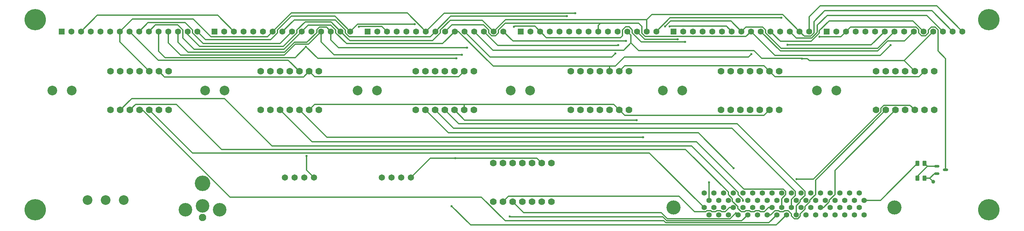
<source format=gtl>
%TF.GenerationSoftware,KiCad,Pcbnew,7.0.2-6a45011f42~172~ubuntu22.04.1*%
%TF.CreationDate,2023-06-12T08:45:27-07:00*%
%TF.ProjectId,arena,6172656e-612e-46b6-9963-61645f706362,rev?*%
%TF.SameCoordinates,Original*%
%TF.FileFunction,Copper,L1,Top*%
%TF.FilePolarity,Positive*%
%FSLAX46Y46*%
G04 Gerber Fmt 4.6, Leading zero omitted, Abs format (unit mm)*
G04 Created by KiCad (PCBNEW 7.0.2-6a45011f42~172~ubuntu22.04.1) date 2023-06-12 08:45:27*
%MOMM*%
%LPD*%
G01*
G04 APERTURE LIST*
G04 Aperture macros list*
%AMRoundRect*
0 Rectangle with rounded corners*
0 $1 Rounding radius*
0 $2 $3 $4 $5 $6 $7 $8 $9 X,Y pos of 4 corners*
0 Add a 4 corners polygon primitive as box body*
4,1,4,$2,$3,$4,$5,$6,$7,$8,$9,$2,$3,0*
0 Add four circle primitives for the rounded corners*
1,1,$1+$1,$2,$3*
1,1,$1+$1,$4,$5*
1,1,$1+$1,$6,$7*
1,1,$1+$1,$8,$9*
0 Add four rect primitives between the rounded corners*
20,1,$1+$1,$2,$3,$4,$5,0*
20,1,$1+$1,$4,$5,$6,$7,0*
20,1,$1+$1,$6,$7,$8,$9,0*
20,1,$1+$1,$8,$9,$2,$3,0*%
G04 Aperture macros list end*
%TA.AperFunction,ComponentPad*%
%ADD10C,2.540000*%
%TD*%
%TA.AperFunction,ComponentPad*%
%ADD11R,1.600000X1.600000*%
%TD*%
%TA.AperFunction,ComponentPad*%
%ADD12C,1.600000*%
%TD*%
%TA.AperFunction,ComponentPad*%
%ADD13C,1.778000*%
%TD*%
%TA.AperFunction,ComponentPad*%
%ADD14C,1.651000*%
%TD*%
%TA.AperFunction,ComponentPad*%
%ADD15C,3.556000*%
%TD*%
%TA.AperFunction,ComponentPad*%
%ADD16C,1.930400*%
%TD*%
%TA.AperFunction,ComponentPad*%
%ADD17C,4.064000*%
%TD*%
%TA.AperFunction,ComponentPad*%
%ADD18C,1.400000*%
%TD*%
%TA.AperFunction,ComponentPad*%
%ADD19C,3.700000*%
%TD*%
%TA.AperFunction,SMDPad,CuDef*%
%ADD20RoundRect,0.250000X0.262500X0.450000X-0.262500X0.450000X-0.262500X-0.450000X0.262500X-0.450000X0*%
%TD*%
%TA.AperFunction,SMDPad,CuDef*%
%ADD21RoundRect,0.150000X-0.512500X-0.150000X0.512500X-0.150000X0.512500X0.150000X-0.512500X0.150000X0*%
%TD*%
%TA.AperFunction,ComponentPad*%
%ADD22C,5.600000*%
%TD*%
%TA.AperFunction,ViaPad*%
%ADD23C,0.600000*%
%TD*%
%TA.AperFunction,ViaPad*%
%ADD24C,1.000000*%
%TD*%
%TA.AperFunction,Conductor*%
%ADD25C,0.300000*%
%TD*%
%TA.AperFunction,Conductor*%
%ADD26C,0.600000*%
%TD*%
G04 APERTURE END LIST*
D10*
%TO.P,C1,1*%
%TO.N,/VIN*%
X49530000Y-73660000D03*
%TO.P,C1,2*%
%TO.N,GND*%
X54610000Y-73660000D03*
%TD*%
%TO.P,C2,1*%
%TO.N,/VIN*%
X89535000Y-73660000D03*
%TO.P,C2,2*%
%TO.N,GND*%
X94615000Y-73660000D03*
%TD*%
%TO.P,C3,1*%
%TO.N,/VIN*%
X129540000Y-73660000D03*
%TO.P,C3,2*%
%TO.N,GND*%
X134620000Y-73660000D03*
%TD*%
%TO.P,C4,1*%
%TO.N,/VIN*%
X169672000Y-73660000D03*
%TO.P,C4,2*%
%TO.N,GND*%
X174752000Y-73660000D03*
%TD*%
%TO.P,C5,1*%
%TO.N,/VIN*%
X209550000Y-73660000D03*
%TO.P,C5,2*%
%TO.N,GND*%
X214630000Y-73660000D03*
%TD*%
D11*
%TO.P,P1,1*%
%TO.N,/VIN*%
X51970000Y-58100000D03*
D12*
%TO.P,P1,2*%
%TO.N,GND*%
X54510000Y-58100000D03*
%TO.P,P1,3*%
%TO.N,/RESET_PAN*%
X57050000Y-58100000D03*
%TO.P,P1,4*%
%TO.N,/SCK_0_5V*%
X59590000Y-58100000D03*
%TO.P,P1,5*%
%TO.N,/MOSI_0_5V*%
X62130000Y-58100000D03*
%TO.P,P1,6*%
%TO.N,/MISO_0_5V*%
X64670000Y-58100000D03*
%TO.P,P1,7*%
%TO.N,/CS_0_5V*%
X67210000Y-58100000D03*
%TO.P,P1,8*%
%TO.N,/CS_1_5V*%
X69750000Y-58100000D03*
%TO.P,P1,9*%
%TO.N,/CS_2_5V*%
X72290000Y-58100000D03*
%TO.P,P1,10*%
%TO.N,/CS_3_5V*%
X74830000Y-58100000D03*
%TO.P,P1,11*%
%TO.N,/CS_4_5V*%
X77370000Y-58100000D03*
%TO.P,P1,12*%
%TO.N,/CS_5_5V*%
X79910000Y-58100000D03*
%TO.P,P1,13*%
%TO.N,/CS_6_5V*%
X82450000Y-58100000D03*
%TO.P,P1,14*%
%TO.N,/CS_7_5V*%
X84990000Y-58100000D03*
%TO.P,P1,15*%
%TO.N,/EXT_INT_5V*%
X87530000Y-58100000D03*
%TD*%
D11*
%TO.P,P2,1*%
%TO.N,/VIN*%
X92070000Y-58100000D03*
D12*
%TO.P,P2,2*%
%TO.N,GND*%
X94610000Y-58100000D03*
%TO.P,P2,3*%
%TO.N,/RESET_PAN*%
X97150000Y-58100000D03*
%TO.P,P2,4*%
%TO.N,/SCK_1_5V*%
X99690000Y-58100000D03*
%TO.P,P2,5*%
%TO.N,/MOSI_1_5V*%
X102230000Y-58100000D03*
%TO.P,P2,6*%
%TO.N,/MISO_1_5V*%
X104770000Y-58100000D03*
%TO.P,P2,7*%
%TO.N,/CS_0_5V*%
X107310000Y-58100000D03*
%TO.P,P2,8*%
%TO.N,/CS_1_5V*%
X109850000Y-58100000D03*
%TO.P,P2,9*%
%TO.N,/CS_2_5V*%
X112390000Y-58100000D03*
%TO.P,P2,10*%
%TO.N,/CS_3_5V*%
X114930000Y-58100000D03*
%TO.P,P2,11*%
%TO.N,/CS_4_5V*%
X117470000Y-58100000D03*
%TO.P,P2,12*%
%TO.N,/CS_5_5V*%
X120010000Y-58100000D03*
%TO.P,P2,13*%
%TO.N,/CS_6_5V*%
X122550000Y-58100000D03*
%TO.P,P2,14*%
%TO.N,/CS_7_5V*%
X125090000Y-58100000D03*
%TO.P,P2,15*%
%TO.N,/EXT_INT_5V*%
X127630000Y-58100000D03*
%TD*%
D11*
%TO.P,P3,1*%
%TO.N,/VIN*%
X132170000Y-58100000D03*
D12*
%TO.P,P3,2*%
%TO.N,GND*%
X134710000Y-58100000D03*
%TO.P,P3,3*%
%TO.N,/RESET_PAN*%
X137250000Y-58100000D03*
%TO.P,P3,4*%
%TO.N,/SCK_2_5V*%
X139790000Y-58100000D03*
%TO.P,P3,5*%
%TO.N,/MOSI_2_5V*%
X142330000Y-58100000D03*
%TO.P,P3,6*%
%TO.N,/MISO_2_5V*%
X144870000Y-58100000D03*
%TO.P,P3,7*%
%TO.N,/CS_0_5V*%
X147410000Y-58100000D03*
%TO.P,P3,8*%
%TO.N,/CS_1_5V*%
X149950000Y-58100000D03*
%TO.P,P3,9*%
%TO.N,/CS_2_5V*%
X152490000Y-58100000D03*
%TO.P,P3,10*%
%TO.N,/CS_3_5V*%
X155030000Y-58100000D03*
%TO.P,P3,11*%
%TO.N,/CS_4_5V*%
X157570000Y-58100000D03*
%TO.P,P3,12*%
%TO.N,/CS_5_5V*%
X160110000Y-58100000D03*
%TO.P,P3,13*%
%TO.N,/CS_6_5V*%
X162650000Y-58100000D03*
%TO.P,P3,14*%
%TO.N,/CS_7_5V*%
X165190000Y-58100000D03*
%TO.P,P3,15*%
%TO.N,/EXT_INT_5V*%
X167730000Y-58100000D03*
%TD*%
D11*
%TO.P,P4,1*%
%TO.N,/VIN*%
X172300000Y-58100000D03*
D12*
%TO.P,P4,2*%
%TO.N,GND*%
X174840000Y-58100000D03*
%TO.P,P4,3*%
%TO.N,/RESET_PAN*%
X177380000Y-58100000D03*
%TO.P,P4,4*%
%TO.N,/SCK_3_5V*%
X179920000Y-58100000D03*
%TO.P,P4,5*%
%TO.N,/MOSI_3_5V*%
X182460000Y-58100000D03*
%TO.P,P4,6*%
%TO.N,/MISO_3_5V*%
X185000000Y-58100000D03*
%TO.P,P4,7*%
%TO.N,/CS_0_5V*%
X187540000Y-58100000D03*
%TO.P,P4,8*%
%TO.N,/CS_1_5V*%
X190080000Y-58100000D03*
%TO.P,P4,9*%
%TO.N,/CS_2_5V*%
X192620000Y-58100000D03*
%TO.P,P4,10*%
%TO.N,/CS_3_5V*%
X195160000Y-58100000D03*
%TO.P,P4,11*%
%TO.N,/CS_4_5V*%
X197700000Y-58100000D03*
%TO.P,P4,12*%
%TO.N,/CS_5_5V*%
X200240000Y-58100000D03*
%TO.P,P4,13*%
%TO.N,/CS_6_5V*%
X202780000Y-58100000D03*
%TO.P,P4,14*%
%TO.N,/CS_7_5V*%
X205320000Y-58100000D03*
%TO.P,P4,15*%
%TO.N,/EXT_INT_5V*%
X207860000Y-58100000D03*
%TD*%
D11*
%TO.P,P5,1*%
%TO.N,/VIN*%
X212370000Y-58100000D03*
D12*
%TO.P,P5,2*%
%TO.N,GND*%
X214910000Y-58100000D03*
%TO.P,P5,3*%
%TO.N,/RESET_PAN*%
X217450000Y-58100000D03*
%TO.P,P5,4*%
%TO.N,/SCK_4_5V*%
X219990000Y-58100000D03*
%TO.P,P5,5*%
%TO.N,/MOSI_4_5V*%
X222530000Y-58100000D03*
%TO.P,P5,6*%
%TO.N,/MISO_4_5V*%
X225070000Y-58100000D03*
%TO.P,P5,7*%
%TO.N,/CS_0_5V*%
X227610000Y-58100000D03*
%TO.P,P5,8*%
%TO.N,/CS_1_5V*%
X230150000Y-58100000D03*
%TO.P,P5,9*%
%TO.N,/CS_2_5V*%
X232690000Y-58100000D03*
%TO.P,P5,10*%
%TO.N,/CS_3_5V*%
X235230000Y-58100000D03*
%TO.P,P5,11*%
%TO.N,/CS_4_5V*%
X237770000Y-58100000D03*
%TO.P,P5,12*%
%TO.N,/CS_5_5V*%
X240310000Y-58100000D03*
%TO.P,P5,13*%
%TO.N,/CS_6_5V*%
X242850000Y-58100000D03*
%TO.P,P5,14*%
%TO.N,/CS_7_5V*%
X245390000Y-58100000D03*
%TO.P,P5,15*%
%TO.N,/EXT_INT_5V*%
X247930000Y-58100000D03*
%TD*%
D11*
%TO.P,P6,1*%
%TO.N,/VIN*%
X252470000Y-58100000D03*
D12*
%TO.P,P6,2*%
%TO.N,GND*%
X255010000Y-58100000D03*
%TO.P,P6,3*%
%TO.N,/RESET_PAN*%
X257550000Y-58100000D03*
%TO.P,P6,4*%
%TO.N,/SCK_5_5V*%
X260090000Y-58100000D03*
%TO.P,P6,5*%
%TO.N,/MOSI_5_5V*%
X262630000Y-58100000D03*
%TO.P,P6,6*%
%TO.N,/MISO_5_5V*%
X265170000Y-58100000D03*
%TO.P,P6,7*%
%TO.N,/CS_0_5V*%
X267710000Y-58100000D03*
%TO.P,P6,8*%
%TO.N,/CS_1_5V*%
X270250000Y-58100000D03*
%TO.P,P6,9*%
%TO.N,/CS_2_5V*%
X272790000Y-58100000D03*
%TO.P,P6,10*%
%TO.N,/CS_3_5V*%
X275330000Y-58100000D03*
%TO.P,P6,11*%
%TO.N,/CS_4_5V*%
X277870000Y-58100000D03*
%TO.P,P6,12*%
%TO.N,/CS_5_5V*%
X280410000Y-58100000D03*
%TO.P,P6,13*%
%TO.N,/CS_6_5V*%
X282950000Y-58100000D03*
%TO.P,P6,14*%
%TO.N,/CS_7_5V*%
X285490000Y-58100000D03*
%TO.P,P6,15*%
%TO.N,/EXT_INT_5V*%
X288030000Y-58100000D03*
%TD*%
D10*
%TO.P,SW1,1,A*%
%TO.N,/VIN_SW*%
X58750200Y-102400000D03*
%TO.P,SW1,2,B*%
%TO.N,/VIN*%
X63500000Y-102400000D03*
%TO.P,SW1,3,C*%
%TO.N,GND*%
X68249800Y-102400000D03*
%TD*%
D13*
%TO.P,U1,1,OE*%
%TO.N,unconnected-(U1-OE-Pad1)*%
X64770000Y-78740000D03*
%TO.P,U1,2,A1*%
%TO.N,/SCK_0_3V3*%
X67310000Y-78740000D03*
%TO.P,U1,3,A2*%
%TO.N,/MOSI_0_3V3*%
X69850000Y-78740000D03*
%TO.P,U1,4,A3*%
%TO.N,/MISO_0_3V3*%
X72390000Y-78740000D03*
%TO.P,U1,5,A4*%
%TO.N,/CS_0_3V3*%
X74930000Y-78740000D03*
%TO.P,U1,6,LV*%
%TO.N,/3V3*%
X77470000Y-78740000D03*
%TO.P,U1,7,GND*%
%TO.N,GND*%
X80010000Y-78740000D03*
%TO.P,U1,8,GND*%
X80010000Y-68580000D03*
%TO.P,U1,9,HV*%
%TO.N,/5V*%
X77470000Y-68580000D03*
%TO.P,U1,10,B4*%
%TO.N,/CS_0_5V*%
X74930000Y-68580000D03*
%TO.P,U1,11,B3*%
%TO.N,/MISO_0_5V*%
X72390000Y-68580000D03*
%TO.P,U1,12,B2*%
%TO.N,/MOSI_0_5V*%
X69850000Y-68580000D03*
%TO.P,U1,13,B1*%
%TO.N,/SCK_0_5V*%
X67310000Y-68580000D03*
%TO.P,U1,14,OE*%
%TO.N,unconnected-(U1-OE-Pad14)*%
X64770000Y-68580000D03*
%TD*%
%TO.P,U2,1,OE*%
%TO.N,unconnected-(U2-OE-Pad1)*%
X104140000Y-78740000D03*
%TO.P,U2,2,A1*%
%TO.N,/SCK_1_3V3*%
X106680000Y-78740000D03*
%TO.P,U2,3,A2*%
%TO.N,/MOSI_1_3V3*%
X109220000Y-78740000D03*
%TO.P,U2,4,A3*%
%TO.N,/MISO_1_3V3*%
X111760000Y-78740000D03*
%TO.P,U2,5,A4*%
%TO.N,/CS_1_3V3*%
X114300000Y-78740000D03*
%TO.P,U2,6,LV*%
%TO.N,/3V3*%
X116840000Y-78740000D03*
%TO.P,U2,7,GND*%
%TO.N,GND*%
X119380000Y-78740000D03*
%TO.P,U2,8,GND*%
X119380000Y-68580000D03*
%TO.P,U2,9,HV*%
%TO.N,/5V*%
X116840000Y-68580000D03*
%TO.P,U2,10,B4*%
%TO.N,/CS_1_5V*%
X114300000Y-68580000D03*
%TO.P,U2,11,B3*%
%TO.N,/MISO_1_5V*%
X111760000Y-68580000D03*
%TO.P,U2,12,B2*%
%TO.N,/MOSI_1_5V*%
X109220000Y-68580000D03*
%TO.P,U2,13,B1*%
%TO.N,/SCK_1_5V*%
X106680000Y-68580000D03*
%TO.P,U2,14,OE*%
%TO.N,unconnected-(U2-OE-Pad14)*%
X104140000Y-68580000D03*
%TD*%
%TO.P,U3,1,OE*%
%TO.N,unconnected-(U3-OE-Pad1)*%
X144780000Y-78740000D03*
%TO.P,U3,2,A1*%
%TO.N,/SCK_2_3V3*%
X147320000Y-78740000D03*
%TO.P,U3,3,A2*%
%TO.N,/MOSI_2_3V3*%
X149860000Y-78740000D03*
%TO.P,U3,4,A3*%
%TO.N,/MISO_2_3V3*%
X152400000Y-78740000D03*
%TO.P,U3,5,A4*%
%TO.N,/CS_2_3V3*%
X154940000Y-78740000D03*
%TO.P,U3,6,LV*%
%TO.N,/3V3*%
X157480000Y-78740000D03*
%TO.P,U3,7,GND*%
%TO.N,GND*%
X160020000Y-78740000D03*
%TO.P,U3,8,GND*%
X160020000Y-68580000D03*
%TO.P,U3,9,HV*%
%TO.N,/5V*%
X157480000Y-68580000D03*
%TO.P,U3,10,B4*%
%TO.N,/CS_2_5V*%
X154940000Y-68580000D03*
%TO.P,U3,11,B3*%
%TO.N,/MISO_2_5V*%
X152400000Y-68580000D03*
%TO.P,U3,12,B2*%
%TO.N,/MOSI_2_5V*%
X149860000Y-68580000D03*
%TO.P,U3,13,B1*%
%TO.N,/SCK_2_5V*%
X147320000Y-68580000D03*
%TO.P,U3,14,OE*%
%TO.N,unconnected-(U3-OE-Pad14)*%
X144780000Y-68580000D03*
%TD*%
%TO.P,U4,1,OE*%
%TO.N,unconnected-(U4-OE-Pad1)*%
X185420000Y-78740000D03*
%TO.P,U4,2,A1*%
%TO.N,/SCK_3_3V3*%
X187960000Y-78740000D03*
%TO.P,U4,3,A2*%
%TO.N,/MOSI_3_3V3*%
X190500000Y-78740000D03*
%TO.P,U4,4,A3*%
%TO.N,/MISO_3_3V3*%
X193040000Y-78740000D03*
%TO.P,U4,5,A4*%
%TO.N,/CS_3_3V3*%
X195580000Y-78740000D03*
%TO.P,U4,6,LV*%
%TO.N,/3V3*%
X198120000Y-78740000D03*
%TO.P,U4,7,GND*%
%TO.N,GND*%
X200660000Y-78740000D03*
%TO.P,U4,8,GND*%
X200660000Y-68580000D03*
%TO.P,U4,9,HV*%
%TO.N,/5V*%
X198120000Y-68580000D03*
%TO.P,U4,10,B4*%
%TO.N,/CS_3_5V*%
X195580000Y-68580000D03*
%TO.P,U4,11,B3*%
%TO.N,/MISO_3_5V*%
X193040000Y-68580000D03*
%TO.P,U4,12,B2*%
%TO.N,/MOSI_3_5V*%
X190500000Y-68580000D03*
%TO.P,U4,13,B1*%
%TO.N,/SCK_3_5V*%
X187960000Y-68580000D03*
%TO.P,U4,14,OE*%
%TO.N,unconnected-(U4-OE-Pad14)*%
X185420000Y-68580000D03*
%TD*%
%TO.P,U5,1,OE*%
%TO.N,unconnected-(U5-OE-Pad1)*%
X224790000Y-78740000D03*
%TO.P,U5,2,A1*%
%TO.N,/SCK_4_3V3*%
X227330000Y-78740000D03*
%TO.P,U5,3,A2*%
%TO.N,/MOSI_4_3V3*%
X229870000Y-78740000D03*
%TO.P,U5,4,A3*%
%TO.N,/MISO_4_3V3*%
X232410000Y-78740000D03*
%TO.P,U5,5,A4*%
%TO.N,/CS_4_3V3*%
X234950000Y-78740000D03*
%TO.P,U5,6,LV*%
%TO.N,/3V3*%
X237490000Y-78740000D03*
%TO.P,U5,7,GND*%
%TO.N,GND*%
X240030000Y-78740000D03*
%TO.P,U5,8,GND*%
X240030000Y-68580000D03*
%TO.P,U5,9,HV*%
%TO.N,/5V*%
X237490000Y-68580000D03*
%TO.P,U5,10,B4*%
%TO.N,/CS_4_5V*%
X234950000Y-68580000D03*
%TO.P,U5,11,B3*%
%TO.N,/MISO_4_5V*%
X232410000Y-68580000D03*
%TO.P,U5,12,B2*%
%TO.N,/MOSI_4_5V*%
X229870000Y-68580000D03*
%TO.P,U5,13,B1*%
%TO.N,/SCK_4_5V*%
X227330000Y-68580000D03*
%TO.P,U5,14,OE*%
%TO.N,unconnected-(U5-OE-Pad14)*%
X224790000Y-68580000D03*
%TD*%
%TO.P,U6,1,OE*%
%TO.N,unconnected-(U6-OE-Pad1)*%
X265430000Y-78740000D03*
%TO.P,U6,2,A1*%
%TO.N,/SCK_5_3V3*%
X267970000Y-78740000D03*
%TO.P,U6,3,A2*%
%TO.N,/MOSI_5_3V3*%
X270510000Y-78740000D03*
%TO.P,U6,4,A3*%
%TO.N,/MISO_5_3V3*%
X273050000Y-78740000D03*
%TO.P,U6,5,A4*%
%TO.N,/CS_5_3V3*%
X275590000Y-78740000D03*
%TO.P,U6,6,LV*%
%TO.N,/3V3*%
X278130000Y-78740000D03*
%TO.P,U6,7,GND*%
%TO.N,GND*%
X280670000Y-78740000D03*
%TO.P,U6,8,GND*%
X280670000Y-68580000D03*
%TO.P,U6,9,HV*%
%TO.N,/5V*%
X278130000Y-68580000D03*
%TO.P,U6,10,B4*%
%TO.N,/CS_5_5V*%
X275590000Y-68580000D03*
%TO.P,U6,11,B3*%
%TO.N,/MISO_5_5V*%
X273050000Y-68580000D03*
%TO.P,U6,12,B2*%
%TO.N,/MOSI_5_5V*%
X270510000Y-68580000D03*
%TO.P,U6,13,B1*%
%TO.N,/SCK_5_5V*%
X267970000Y-68580000D03*
%TO.P,U6,14,OE*%
%TO.N,unconnected-(U6-OE-Pad14)*%
X265430000Y-68580000D03*
%TD*%
%TO.P,U7,1,OE*%
%TO.N,unconnected-(U7-OE-Pad1)*%
X165100000Y-102870000D03*
%TO.P,U7,2,A1*%
%TO.N,/CS_6_3V3*%
X167640000Y-102870000D03*
%TO.P,U7,3,A2*%
%TO.N,/CS_7_3V3*%
X170180000Y-102870000D03*
%TO.P,U7,4,A3*%
%TO.N,/EXT_INT_3V3*%
X172720000Y-102870000D03*
%TO.P,U7,5,A4*%
%TO.N,unconnected-(U7-A4-Pad5)*%
X175260000Y-102870000D03*
%TO.P,U7,6,LV*%
%TO.N,/3V3*%
X177800000Y-102870000D03*
%TO.P,U7,7,GND*%
%TO.N,GND*%
X180340000Y-102870000D03*
%TO.P,U7,8,GND*%
X180340000Y-92710000D03*
%TO.P,U7,9,HV*%
%TO.N,/5V*%
X177800000Y-92710000D03*
%TO.P,U7,10,B4*%
%TO.N,unconnected-(U7-B4-Pad10)*%
X175260000Y-92710000D03*
%TO.P,U7,11,B3*%
%TO.N,/EXT_INT_5V*%
X172720000Y-92710000D03*
%TO.P,U7,12,B2*%
%TO.N,/CS_7_5V*%
X170180000Y-92710000D03*
%TO.P,U7,13,B1*%
%TO.N,/CS_6_5V*%
X167640000Y-92710000D03*
%TO.P,U7,14,OE*%
%TO.N,unconnected-(U7-OE-Pad14)*%
X165100000Y-92710000D03*
%TD*%
D14*
%TO.P,U8,1,~{SHDN}*%
%TO.N,unconnected-(U8-~{SHDN}-Pad1)*%
X110490000Y-96520000D03*
%TO.P,U8,2,VIN*%
%TO.N,/VIN*%
X113030000Y-96520000D03*
%TO.P,U8,3,GND*%
%TO.N,GND*%
X115570000Y-96520000D03*
%TO.P,U8,4,VOUT*%
%TO.N,/3V3*%
X118110000Y-96520000D03*
%TD*%
D15*
%TO.P,J1,*%
%TO.N,*%
X93395800Y-104966200D03*
D16*
X88900000Y-106972800D03*
D15*
X84404200Y-104966200D03*
D17*
%TO.P,J1,1*%
%TO.N,/VIN_SW*%
X88900000Y-97981200D03*
D15*
%TO.P,J1,2*%
%TO.N,GND*%
X88900000Y-103975600D03*
%TD*%
D18*
%TO.P,P7,1,P1*%
%TO.N,GND*%
X220345000Y-100585000D03*
%TO.P,P7,2,P2*%
X221615000Y-102490000D03*
%TO.P,P7,3,P3*%
X222885000Y-100585000D03*
%TO.P,P7,4,P4*%
%TO.N,unconnected-(P7-P4-Pad4)*%
X224155000Y-102490000D03*
%TO.P,P7,5,P5*%
%TO.N,unconnected-(P7-P5-Pad5)*%
X225425000Y-100585000D03*
%TO.P,P7,6,P6*%
%TO.N,unconnected-(P7-P6-Pad6)*%
X226695000Y-102490000D03*
%TO.P,P7,7,P7*%
%TO.N,unconnected-(P7-P7-Pad7)*%
X227965000Y-100585000D03*
%TO.P,P7,8,P8*%
%TO.N,unconnected-(P7-P8-Pad8)*%
X229235000Y-102490000D03*
%TO.P,P7,9,P9*%
%TO.N,unconnected-(P7-P9-Pad9)*%
X230505000Y-100585000D03*
%TO.P,P7,10,P10*%
%TO.N,unconnected-(P7-P10-Pad10)*%
X231775000Y-102490000D03*
%TO.P,P7,11,P11*%
%TO.N,unconnected-(P7-P11-Pad11)*%
X233045000Y-100585000D03*
%TO.P,P7,12,P12*%
%TO.N,unconnected-(P7-P12-Pad12)*%
X234315000Y-102490000D03*
%TO.P,P7,13,P13*%
%TO.N,unconnected-(P7-P13-Pad13)*%
X235585000Y-100585000D03*
%TO.P,P7,14,P14*%
%TO.N,unconnected-(P7-P14-Pad14)*%
X236855000Y-102490000D03*
%TO.P,P7,15,P15*%
%TO.N,unconnected-(P7-P15-Pad15)*%
X238125000Y-100585000D03*
%TO.P,P7,16,P16*%
%TO.N,unconnected-(P7-P16-Pad16)*%
X239395000Y-102490000D03*
%TO.P,P7,17,P17*%
%TO.N,unconnected-(P7-P17-Pad17)*%
X240665000Y-100585000D03*
%TO.P,P7,18,P18*%
%TO.N,unconnected-(P7-P18-Pad18)*%
X241935000Y-102490000D03*
%TO.P,P7,19,P19*%
%TO.N,unconnected-(P7-P19-Pad19)*%
X243205000Y-100585000D03*
%TO.P,P7,20,P20*%
%TO.N,unconnected-(P7-P20-Pad20)*%
X244475000Y-102490000D03*
%TO.P,P7,21,P21*%
%TO.N,unconnected-(P7-P21-Pad21)*%
X245745000Y-100585000D03*
%TO.P,P7,22,P22*%
%TO.N,unconnected-(P7-P22-Pad22)*%
X247015000Y-102490000D03*
%TO.P,P7,23,P23*%
%TO.N,unconnected-(P7-P23-Pad23)*%
X248285000Y-100585000D03*
%TO.P,P7,24,P24*%
%TO.N,unconnected-(P7-P24-Pad24)*%
X249555000Y-102490000D03*
%TO.P,P7,25*%
%TO.N,unconnected-(P7-Pad25)*%
X250825000Y-100585000D03*
%TO.P,P7,26,P26*%
%TO.N,unconnected-(P7-P26-Pad26)*%
X252095000Y-102490000D03*
%TO.P,P7,27,P27*%
%TO.N,unconnected-(P7-P27-Pad27)*%
X253365000Y-100585000D03*
%TO.P,P7,28,P28*%
%TO.N,unconnected-(P7-P28-Pad28)*%
X254635000Y-102490000D03*
%TO.P,P7,29,P29*%
%TO.N,unconnected-(P7-P29-Pad29)*%
X255905000Y-100585000D03*
%TO.P,P7,30,P30*%
%TO.N,unconnected-(P7-P30-Pad30)*%
X257175000Y-102490000D03*
%TO.P,P7,31,P31*%
%TO.N,unconnected-(P7-P31-Pad31)*%
X258445000Y-100585000D03*
%TO.P,P7,32,P32*%
%TO.N,unconnected-(P7-P32-Pad32)*%
X259715000Y-102490000D03*
%TO.P,P7,33,P33*%
%TO.N,unconnected-(P7-P33-Pad33)*%
X260985000Y-100585000D03*
%TO.P,P7,34,P34*%
%TO.N,/RESET*%
X262255000Y-102490000D03*
%TO.P,P7,35,P35*%
%TO.N,/CS_0_3V3*%
X220345000Y-104395000D03*
%TO.P,P7,36,P36*%
%TO.N,/CS_1_3V3*%
X221615000Y-106300000D03*
%TO.P,P7,37,P37*%
%TO.N,/CS_2_3V3*%
X222885000Y-104395000D03*
%TO.P,P7,38,P38*%
%TO.N,/CS_3_3V3*%
X224155000Y-106300000D03*
%TO.P,P7,39,P39*%
%TO.N,/CS_4_3V3*%
X225425000Y-104395000D03*
%TO.P,P7,40,P40*%
%TO.N,/CS_5_3V3*%
X226695000Y-106300000D03*
%TO.P,P7,41,P41*%
%TO.N,/CS_6_3V3*%
X227965000Y-104395000D03*
%TO.P,P7,42,P42*%
%TO.N,/CS_7_3V3*%
X229235000Y-106300000D03*
%TO.P,P7,43,P43*%
%TO.N,/SCK_0_3V3*%
X230505000Y-104395000D03*
%TO.P,P7,44,P44*%
%TO.N,/SCK_1_3V3*%
X231775000Y-106300000D03*
%TO.P,P7,45,P45*%
%TO.N,/SCK_2_3V3*%
X233045000Y-104395000D03*
%TO.P,P7,46,P46*%
%TO.N,/SCK_3_3V3*%
X234315000Y-106300000D03*
%TO.P,P7,47,P47*%
%TO.N,/SCK_4_3V3*%
X235585000Y-104395000D03*
%TO.P,P7,48,P48*%
%TO.N,/SCK_5_3V3*%
X236855000Y-106300000D03*
%TO.P,P7,49,P49*%
%TO.N,/MOSI_0_3V3*%
X238125000Y-104395000D03*
%TO.P,P7,50,P50*%
%TO.N,/MISO_0_3V3*%
X239395000Y-106300000D03*
%TO.P,P7,51,P51*%
%TO.N,/MOSI_1_3V3*%
X240665000Y-104395000D03*
%TO.P,P7,52,P52*%
%TO.N,/MISO_1_3V3*%
X241935000Y-106300000D03*
%TO.P,P7,53,P53*%
%TO.N,/MOSI_2_3V3*%
X243205000Y-104395000D03*
%TO.P,P7,54,P54*%
%TO.N,/MISO_2_3V3*%
X244475000Y-106300000D03*
%TO.P,P7,55,P55*%
%TO.N,/MOSI_3_3V3*%
X245745000Y-104395000D03*
%TO.P,P7,56,P56*%
%TO.N,/MISO_3_3V3*%
X247015000Y-106300000D03*
%TO.P,P7,57,P57*%
%TO.N,/MOSI_4_3V3*%
X248285000Y-104395000D03*
%TO.P,P7,58,P58*%
%TO.N,/MISO_4_3V3*%
X249555000Y-106300000D03*
%TO.P,P7,59,P59*%
%TO.N,/MOSI_5_3V3*%
X250825000Y-104395000D03*
%TO.P,P7,60,P60*%
%TO.N,/MISO_5_3V3*%
X252095000Y-106300000D03*
%TO.P,P7,61*%
%TO.N,unconnected-(P7-Pad61)*%
X253365000Y-104395000D03*
%TO.P,P7,62*%
%TO.N,unconnected-(P7-Pad62)*%
X254635000Y-106300000D03*
%TO.P,P7,63*%
%TO.N,unconnected-(P7-Pad63)*%
X255905000Y-104395000D03*
%TO.P,P7,64*%
%TO.N,unconnected-(P7-Pad64)*%
X257175000Y-106300000D03*
%TO.P,P7,65*%
%TO.N,unconnected-(P7-Pad65)*%
X258445000Y-104395000D03*
%TO.P,P7,66*%
%TO.N,unconnected-(P7-Pad66)*%
X259715000Y-106300000D03*
%TO.P,P7,67*%
%TO.N,unconnected-(P7-Pad67)*%
X260985000Y-104395000D03*
%TO.P,P7,68*%
%TO.N,/EXT_INT_3V3*%
X262255000Y-106300000D03*
D19*
%TO.P,P7,69*%
%TO.N,GND*%
X212345000Y-104395000D03*
%TO.P,P7,70*%
%TO.N,unconnected-(P7-Pad70)*%
X270255000Y-104395000D03*
%TD*%
D20*
%TO.P,R2,1*%
%TO.N,GND*%
X278112500Y-96700000D03*
%TO.P,R2,2*%
%TO.N,Net-(Q2-G)*%
X276287500Y-96700000D03*
%TD*%
D21*
%TO.P,Q2,1,G*%
%TO.N,Net-(Q2-G)*%
X281362500Y-93550000D03*
%TO.P,Q2,2,S*%
%TO.N,GND*%
X281362500Y-95450000D03*
%TO.P,Q2,3,D*%
%TO.N,/RESET_PAN*%
X283637500Y-94500000D03*
%TD*%
D22*
%TO.P,H4,1,1*%
%TO.N,GND*%
X295000000Y-55000000D03*
%TD*%
D20*
%TO.P,R1,1*%
%TO.N,Net-(Q2-G)*%
X278112500Y-92800000D03*
%TO.P,R1,2*%
%TO.N,/RESET*%
X276287500Y-92800000D03*
%TD*%
D22*
%TO.P,H2,1,1*%
%TO.N,GND*%
X45000000Y-105000000D03*
%TD*%
%TO.P,H3,1,1*%
%TO.N,GND*%
X295000000Y-105000000D03*
%TD*%
D10*
%TO.P,C6,1*%
%TO.N,/VIN*%
X249936000Y-73660000D03*
%TO.P,C6,2*%
%TO.N,GND*%
X255016000Y-73660000D03*
%TD*%
D14*
%TO.P,U9,1,~{SHDN}*%
%TO.N,unconnected-(U9-~{SHDN}-Pad1)*%
X135890000Y-96520000D03*
%TO.P,U9,2,VIN*%
%TO.N,/VIN*%
X138430000Y-96520000D03*
%TO.P,U9,3,GND*%
%TO.N,GND*%
X140970000Y-96520000D03*
%TO.P,U9,4,VOUT*%
%TO.N,/5V*%
X143510000Y-96520000D03*
%TD*%
D22*
%TO.P,H1,1,1*%
%TO.N,GND*%
X45000000Y-55000000D03*
%TD*%
D23*
%TO.N,/3V3*%
X116168000Y-90789500D03*
%TO.N,/5V*%
X155196900Y-91417200D03*
%TO.N,/CS_0_5V*%
X211346200Y-56803000D03*
X186610000Y-53300000D03*
X242220000Y-61620000D03*
%TO.N,/CS_1_3V3*%
X204400000Y-85900000D03*
%TO.N,/CS_1_5V*%
X184420000Y-54050000D03*
X210166500Y-56749800D03*
%TO.N,/CS_2_3V3*%
X202650000Y-81450000D03*
%TO.N,/CS_2_5V*%
X269233400Y-61656600D03*
%TO.N,/CS_3_5V*%
X232780000Y-64060000D03*
%TO.N,/CS_4_5V*%
X197073900Y-63926100D03*
X116028800Y-62132500D03*
X155450000Y-65150000D03*
%TO.N,/CS_5_3V3*%
X244607000Y-96944400D03*
%TO.N,/CS_5_5V*%
X246040000Y-65220000D03*
X156910000Y-64230000D03*
%TO.N,/CS_6_5V*%
X197890000Y-61710000D03*
X213427200Y-60137000D03*
X158210000Y-62400000D03*
%TO.N,/EXT_INT_5V*%
X240600000Y-54500000D03*
X199900500Y-60620000D03*
X144552200Y-56210300D03*
%TO.N,/MISO_1_3V3*%
X154200000Y-104000000D03*
%TO.N,/RESET_PAN*%
X170534000Y-56903100D03*
X129846500Y-56877400D03*
X215420000Y-60840000D03*
X250618400Y-59471700D03*
%TO.N,/SCK_0_3V3*%
X230505000Y-102597400D03*
%TO.N,/SCK_1_3V3*%
X169450000Y-106750000D03*
%TO.N,/SCK_2_3V3*%
X228100000Y-94000000D03*
D24*
%TO.N,GND*%
X280400000Y-97600000D03*
D23*
X221620000Y-97780000D03*
%TD*%
D25*
%TO.N,/3V3*%
X236044700Y-80185300D02*
X237490000Y-78740000D01*
X157480000Y-77300900D02*
X196680900Y-77300900D01*
X116840000Y-78740000D02*
X118279100Y-77300900D01*
X196680900Y-77300900D02*
X198120000Y-78740000D01*
X157480000Y-78740000D02*
X157480000Y-77300900D01*
X116168000Y-94578000D02*
X116168000Y-90789500D01*
X199565300Y-80185300D02*
X236044700Y-80185300D01*
X118110000Y-96520000D02*
X116168000Y-94578000D01*
X118279100Y-77300900D02*
X157480000Y-77300900D01*
X198120000Y-78740000D02*
X199565300Y-80185300D01*
%TO.N,/5V*%
X155196900Y-91417200D02*
X148612800Y-91417200D01*
X116840000Y-68580000D02*
X115370100Y-70049900D01*
X115370100Y-70049900D02*
X78939900Y-70049900D01*
X238929300Y-70019300D02*
X276690700Y-70019300D01*
X199591700Y-67108300D02*
X236018300Y-67108300D01*
X118279200Y-70019200D02*
X116840000Y-68580000D01*
X237490000Y-68580000D02*
X238929300Y-70019300D01*
X276690700Y-70019300D02*
X278130000Y-68580000D01*
X177800000Y-92710000D02*
X176507200Y-91417200D01*
X156040800Y-70019200D02*
X118279200Y-70019200D01*
X148612800Y-91417200D02*
X143510000Y-96520000D01*
X157480000Y-68580000D02*
X156040800Y-70019200D01*
X198120000Y-68580000D02*
X199591700Y-67108300D01*
X176507200Y-91417200D02*
X155196900Y-91417200D01*
X236018300Y-67108300D02*
X237490000Y-68580000D01*
X78939900Y-70049900D02*
X77470000Y-68580000D01*
%TO.N,/CS_0_3V3*%
X86269100Y-90079100D02*
X206029100Y-90079100D01*
X206029100Y-90079100D02*
X220345000Y-104395000D01*
X74930000Y-78740000D02*
X86269100Y-90079100D01*
%TO.N,/CS_0_5V*%
X112160000Y-53250000D02*
X107310000Y-58100000D01*
X242220000Y-61620000D02*
X264190000Y-61620000D01*
X67210000Y-60860000D02*
X67210000Y-58100000D01*
X142560000Y-53250000D02*
X112160000Y-53250000D01*
X86399000Y-54800000D02*
X70510000Y-54800000D01*
X211346200Y-56803000D02*
X211419600Y-56729600D01*
X211419600Y-56729600D02*
X226239600Y-56729600D01*
X74930000Y-68580000D02*
X67210000Y-60860000D01*
X147410000Y-58100000D02*
X142560000Y-53250000D01*
X107310000Y-58100000D02*
X105940800Y-59469200D01*
X152210000Y-53300000D02*
X147410000Y-58100000D01*
X226239600Y-56729600D02*
X227610000Y-58100000D01*
X264190000Y-61620000D02*
X267710000Y-58100000D01*
X70510000Y-54800000D02*
X67210000Y-58100000D01*
X91068200Y-59469200D02*
X86399000Y-54800000D01*
X105940800Y-59469200D02*
X91068200Y-59469200D01*
X186610000Y-53300000D02*
X152210000Y-53300000D01*
%TO.N,/CS_1_3V3*%
X121460000Y-85900000D02*
X114300000Y-78740000D01*
X204400000Y-85900000D02*
X121460000Y-85900000D01*
%TO.N,/CS_1_5V*%
X126360000Y-58456400D02*
X126360000Y-57735000D01*
X184420000Y-54050000D02*
X184370000Y-54100000D01*
X184370000Y-54100000D02*
X153950000Y-54100000D01*
X236500000Y-58465100D02*
X236500000Y-57707400D01*
X230150000Y-58100000D02*
X227400000Y-55350000D01*
X126360000Y-57735000D02*
X123675000Y-55050000D01*
X112900000Y-55050000D02*
X109850000Y-58100000D01*
X240574900Y-62540000D02*
X236500000Y-58465100D01*
X127357300Y-59453700D02*
X126360000Y-58456400D01*
X231323600Y-56926400D02*
X230150000Y-58100000D01*
X111370000Y-65650000D02*
X114300000Y-68580000D01*
X69750000Y-58100000D02*
X77300000Y-65650000D01*
X153950000Y-54100000D02*
X149950000Y-58100000D01*
X265810000Y-62540000D02*
X240574900Y-62540000D01*
X123675000Y-55050000D02*
X112900000Y-55050000D01*
X235719000Y-56926400D02*
X231323600Y-56926400D01*
X149950000Y-58100000D02*
X148596300Y-59453700D01*
X211566300Y-55350000D02*
X210166500Y-56749800D01*
X77300000Y-65650000D02*
X111370000Y-65650000D01*
X270250000Y-58100000D02*
X265810000Y-62540000D01*
X236500000Y-57707400D02*
X235719000Y-56926400D01*
X227400000Y-55350000D02*
X211566300Y-55350000D01*
X148596300Y-59453700D02*
X127357300Y-59453700D01*
%TO.N,/CS_2_3V3*%
X202600000Y-81400000D02*
X157600000Y-81400000D01*
X202650000Y-81450000D02*
X202600000Y-81400000D01*
X157600000Y-81400000D02*
X154940000Y-78740000D01*
%TO.N,/CS_2_5V*%
X266520000Y-64370000D02*
X269233400Y-61656600D01*
X193230000Y-55950000D02*
X168210800Y-55950000D01*
X163920000Y-58465100D02*
X163920000Y-57743300D01*
X166460000Y-58475500D02*
X165685200Y-59250300D01*
X204020000Y-56760000D02*
X203210000Y-55950000D01*
X166460000Y-57700800D02*
X166460000Y-58475500D01*
X238960000Y-64370000D02*
X266520000Y-64370000D01*
X74590000Y-55800000D02*
X72290000Y-58100000D01*
X232690000Y-58100000D02*
X238960000Y-64370000D01*
X162526700Y-56350000D02*
X154240000Y-56350000D01*
X89094900Y-61300000D02*
X86260000Y-58465100D01*
X86260000Y-57707400D02*
X84352600Y-55800000D01*
X192620000Y-56560000D02*
X193230000Y-55950000D01*
X163920000Y-57743300D02*
X162526700Y-56350000D01*
X204923600Y-59450200D02*
X204020000Y-58546600D01*
X165685200Y-59250300D02*
X164705200Y-59250300D01*
X84352600Y-55800000D02*
X74590000Y-55800000D01*
X86260000Y-58465100D02*
X86260000Y-57707400D01*
X203210000Y-55950000D02*
X193230000Y-55950000D01*
X204020000Y-58546600D02*
X204020000Y-56760000D01*
X164705200Y-59250300D02*
X163920000Y-58465100D01*
X112390000Y-58100000D02*
X109190000Y-61300000D01*
X231339800Y-59450200D02*
X204923600Y-59450200D01*
X232690000Y-58100000D02*
X231339800Y-59450200D01*
X109190000Y-61300000D02*
X89094900Y-61300000D01*
X154240000Y-56350000D02*
X152490000Y-58100000D01*
X192620000Y-58100000D02*
X192620000Y-56560000D01*
X168210800Y-55950000D02*
X166460000Y-57700800D01*
%TO.N,/CS_3_5V*%
X83720000Y-57712100D02*
X83720000Y-59820000D01*
X122512000Y-56427500D02*
X116602500Y-56427500D01*
X195580000Y-67224600D02*
X165068100Y-67224600D01*
X240360000Y-63230000D02*
X265827400Y-63230000D01*
X76530000Y-56400000D02*
X82407900Y-56400000D01*
X123820000Y-58465100D02*
X123820000Y-57735500D01*
X116602500Y-56427500D02*
X114930000Y-58100000D01*
X82407900Y-56400000D02*
X83720000Y-57712100D01*
X199470000Y-64820000D02*
X197065400Y-67224600D01*
X232780000Y-64060000D02*
X232020000Y-64820000D01*
X151840000Y-61290000D02*
X126644900Y-61290000D01*
X86700000Y-62800000D02*
X110230000Y-62800000D01*
X232020000Y-64820000D02*
X199470000Y-64820000D01*
X155943500Y-58100000D02*
X155030000Y-58100000D01*
X83720000Y-59820000D02*
X86700000Y-62800000D01*
X235230000Y-58100000D02*
X240360000Y-63230000D01*
X165068100Y-67224600D02*
X155943500Y-58100000D01*
X123820000Y-57735500D02*
X122512000Y-56427500D01*
X197065400Y-67224600D02*
X195580000Y-67224600D01*
X110230000Y-62800000D02*
X114930000Y-58100000D01*
X265827400Y-63230000D02*
X268503300Y-60554100D01*
X74830000Y-58100000D02*
X76530000Y-56400000D01*
X272875900Y-60554100D02*
X275330000Y-58100000D01*
X195580000Y-68580000D02*
X195580000Y-67224600D01*
X268503300Y-60554100D02*
X272875900Y-60554100D01*
X155030000Y-58100000D02*
X151840000Y-61290000D01*
X126644900Y-61290000D02*
X123820000Y-58465100D01*
%TO.N,/CS_4_5V*%
X77370000Y-63320000D02*
X79050000Y-65000000D01*
X250554300Y-57920500D02*
X250554300Y-58539300D01*
X240380000Y-60710000D02*
X237770000Y-58100000D01*
X196210000Y-64790000D02*
X164260000Y-64790000D01*
X164260000Y-64790000D02*
X157570000Y-58100000D01*
X155450000Y-65150000D02*
X152613600Y-65150000D01*
X113161300Y-65000000D02*
X116028800Y-62132500D01*
X248383600Y-60710000D02*
X240380000Y-60710000D01*
X152563600Y-65200000D02*
X119096300Y-65200000D01*
X250554300Y-58539300D02*
X248383600Y-60710000D01*
X152613600Y-65150000D02*
X152563600Y-65200000D01*
X277870000Y-58100000D02*
X275080000Y-55310000D01*
X197073900Y-63926100D02*
X196210000Y-64790000D01*
X253164800Y-55310000D02*
X250554300Y-57920500D01*
X77370000Y-58100000D02*
X77370000Y-63320000D01*
X275080000Y-55310000D02*
X253164800Y-55310000D01*
X119096300Y-65200000D02*
X116028800Y-62132500D01*
X79050000Y-65000000D02*
X113161300Y-65000000D01*
%TO.N,/CS_5_3V3*%
X267459500Y-77494500D02*
X266700000Y-78254000D01*
X275590000Y-78740000D02*
X274344500Y-77494500D01*
X274344500Y-77494500D02*
X267459500Y-77494500D01*
X248978100Y-96944400D02*
X244607000Y-96944400D01*
X266700000Y-79222500D02*
X248978100Y-96944400D01*
X266700000Y-78254000D02*
X266700000Y-79222500D01*
%TO.N,/CS_5_5V*%
X275590000Y-68580000D02*
X272760000Y-65750000D01*
X235493700Y-65160000D02*
X233443700Y-63110000D01*
X272750000Y-65760000D02*
X272760000Y-65750000D01*
X79910000Y-61110000D02*
X83150000Y-64350000D01*
X201205200Y-61117800D02*
X201205200Y-59095200D01*
X116640200Y-61469800D02*
X120010000Y-58100000D01*
X199303000Y-63020000D02*
X165030000Y-63020000D01*
X247430000Y-65220000D02*
X247970000Y-65760000D01*
X246040000Y-65220000D02*
X247430000Y-65220000D01*
X201205200Y-61117800D02*
X199303000Y-63020000D01*
X156910000Y-64230000D02*
X123380000Y-64230000D01*
X83150000Y-64350000D02*
X110330400Y-64350000D01*
X246040000Y-65220000D02*
X245980000Y-65160000D01*
X110330400Y-64350000D02*
X113210600Y-61469800D01*
X79910000Y-58100000D02*
X79910000Y-61110000D01*
X113210600Y-61469800D02*
X116640200Y-61469800D01*
X233443700Y-63110000D02*
X203197400Y-63110000D01*
X165030000Y-63020000D02*
X160110000Y-58100000D01*
X245980000Y-65160000D02*
X235493700Y-65160000D01*
X203197400Y-63110000D02*
X201205200Y-61117800D01*
X120010000Y-60860000D02*
X120010000Y-58100000D01*
X201205200Y-59095200D02*
X200210000Y-58100000D01*
X123380000Y-64230000D02*
X120010000Y-60860000D01*
X272760000Y-65750000D02*
X280410000Y-58100000D01*
X247970000Y-65760000D02*
X272750000Y-65760000D01*
%TO.N,/CS_6_3V3*%
X220829600Y-105464000D02*
X221048600Y-105245000D01*
X167640000Y-102870000D02*
X169098300Y-101411700D01*
X169098300Y-101411700D02*
X213808500Y-101411700D01*
X227012600Y-104395000D02*
X227965000Y-104395000D01*
X213808500Y-101411700D02*
X217860800Y-105464000D01*
X217860800Y-105464000D02*
X220829600Y-105464000D01*
X222133000Y-105245000D02*
X222369200Y-105481200D01*
X225926700Y-105480900D02*
X227012600Y-104395000D01*
X224923600Y-105480900D02*
X225926700Y-105480900D01*
X221048600Y-105245000D02*
X222133000Y-105245000D01*
X223386400Y-105481200D02*
X223655800Y-105211800D01*
X222369200Y-105481200D02*
X223386400Y-105481200D01*
X224654500Y-105211800D02*
X224923600Y-105480900D01*
X223655800Y-105211800D02*
X224654500Y-105211800D01*
%TO.N,/CS_6_5V*%
X166320000Y-61770000D02*
X162650000Y-58100000D01*
X118859800Y-58366600D02*
X118859800Y-57602900D01*
X121387100Y-56937100D02*
X122550000Y-58100000D01*
X85100000Y-63600000D02*
X110373200Y-63600000D01*
X82450000Y-58100000D02*
X82450000Y-60950000D01*
X197830000Y-61770000D02*
X166320000Y-61770000D01*
X124550000Y-62350000D02*
X122550000Y-60350000D01*
X122550000Y-60350000D02*
X122550000Y-58100000D01*
X110373200Y-63600000D02*
X113003600Y-60969600D01*
X197890000Y-61710000D02*
X197830000Y-61770000D01*
X118859800Y-57602900D02*
X119525600Y-56937100D01*
X282950000Y-58100000D02*
X278720000Y-53870000D01*
X158160000Y-62350000D02*
X124550000Y-62350000D01*
X278720000Y-53870000D02*
X252660000Y-53870000D01*
X213427200Y-60137000D02*
X204787000Y-60137000D01*
X119525600Y-56937100D02*
X121387100Y-56937100D01*
X158210000Y-62400000D02*
X158160000Y-62350000D01*
X250054200Y-58332200D02*
X248588100Y-59798300D01*
X252660000Y-53870000D02*
X250054200Y-56475800D01*
X204787000Y-60137000D02*
X202750000Y-58100000D01*
X113003600Y-60969600D02*
X116256800Y-60969600D01*
X250054200Y-56475800D02*
X250054200Y-58332200D01*
X82450000Y-60950000D02*
X85100000Y-63600000D01*
X248588100Y-59798300D02*
X244548300Y-59798300D01*
X244548300Y-59798300D02*
X242850000Y-58100000D01*
X116256800Y-60969600D02*
X118859800Y-58366600D01*
%TO.N,/CS_7_3V3*%
X229235000Y-106300000D02*
X228685000Y-105750000D01*
X228685000Y-105750000D02*
X228685000Y-105794925D01*
X227129925Y-107350000D02*
X210750000Y-107350000D01*
X173060000Y-105750000D02*
X170180000Y-102870000D01*
X210750000Y-107350000D02*
X209150000Y-105750000D01*
X228685000Y-105794925D02*
X227129925Y-107350000D01*
X209150000Y-105750000D02*
X173060000Y-105750000D01*
%TO.N,/CS_7_5V*%
X151220000Y-57734900D02*
X151220000Y-58492500D01*
X110066800Y-62050000D02*
X88120000Y-62050000D01*
X115794900Y-55600000D02*
X113660100Y-57734800D01*
X280050000Y-52660000D02*
X285490000Y-58100000D01*
X206670000Y-53650000D02*
X240940000Y-53650000D01*
X251980000Y-52660000D02*
X280050000Y-52660000D01*
X249140200Y-58516400D02*
X249140200Y-55499800D01*
X165190000Y-58100000D02*
X162240000Y-55150000D01*
X88120000Y-62050000D02*
X84990000Y-58920000D01*
X122590000Y-55600000D02*
X115794900Y-55600000D01*
X248358500Y-59298100D02*
X249140200Y-58516400D01*
X125090000Y-58100000D02*
X122590000Y-55600000D01*
X151220000Y-58492500D02*
X149212500Y-60500000D01*
X246588100Y-59298100D02*
X248358500Y-59298100D01*
X205320000Y-55000000D02*
X206670000Y-53650000D01*
X245390000Y-58100000D02*
X246588100Y-59298100D01*
X240940000Y-53650000D02*
X245390000Y-58100000D01*
X165190000Y-58100000D02*
X168290000Y-55000000D01*
X113660100Y-57734800D02*
X113660100Y-58456700D01*
X84990000Y-58920000D02*
X84990000Y-58100000D01*
X249140200Y-55499800D02*
X251980000Y-52660000D01*
X149212500Y-60500000D02*
X127490000Y-60500000D01*
X153804900Y-55150000D02*
X151220000Y-57734900D01*
X205320000Y-58100000D02*
X205320000Y-55000000D01*
X162240000Y-55150000D02*
X153804900Y-55150000D01*
X127490000Y-60500000D02*
X125090000Y-58100000D01*
X113660100Y-58456700D02*
X110066800Y-62050000D01*
X168290000Y-55000000D02*
X205320000Y-55000000D01*
%TO.N,/EXT_INT_5V*%
X281330000Y-51400000D02*
X250780000Y-51400000D01*
X127630000Y-58100000D02*
X123630000Y-54100000D01*
X106786500Y-60250000D02*
X89680000Y-60250000D01*
X288030000Y-58100000D02*
X281330000Y-51400000D01*
X240600000Y-54500000D02*
X211430000Y-54500000D01*
X89680000Y-60250000D02*
X87530000Y-58100000D01*
X108580100Y-57734800D02*
X108580100Y-58456400D01*
X144521900Y-56180000D02*
X129550000Y-56180000D01*
X123630000Y-54100000D02*
X112214900Y-54100000D01*
X247930000Y-54250000D02*
X247930000Y-58100000D01*
X211430000Y-54500000D02*
X207830000Y-58100000D01*
X250780000Y-51400000D02*
X247930000Y-54250000D01*
X170250000Y-60620000D02*
X167730000Y-58100000D01*
X199900500Y-60620000D02*
X170250000Y-60620000D01*
X112214900Y-54100000D02*
X108580100Y-57734800D01*
X144552200Y-56210300D02*
X144521900Y-56180000D01*
X129550000Y-56180000D02*
X127630000Y-58100000D01*
X108580100Y-58456400D02*
X106786500Y-60250000D01*
%TO.N,/MISO_0_3V3*%
X162000500Y-101630800D02*
X96068400Y-101630800D01*
X210335788Y-108350000D02*
X209835788Y-107850000D01*
X239395000Y-106300000D02*
X237345000Y-108350000D01*
X168219700Y-107850000D02*
X162000500Y-101630800D01*
X96068400Y-101630800D02*
X73177600Y-78740000D01*
X73177600Y-78740000D02*
X72390000Y-78740000D01*
X209835788Y-107850000D02*
X168219700Y-107850000D01*
X237345000Y-108350000D02*
X210335788Y-108350000D01*
%TO.N,/MISO_1_3V3*%
X154200000Y-104000000D02*
X159151800Y-108951800D01*
X159151800Y-108951800D02*
X239283200Y-108951800D01*
X239283200Y-108951800D02*
X241935000Y-106300000D01*
%TO.N,/MISO_2_3V3*%
X246801500Y-101215300D02*
X245568100Y-102448700D01*
X229025700Y-82350000D02*
X246801500Y-100125800D01*
X152400000Y-78740000D02*
X156010000Y-82350000D01*
X245568100Y-102448700D02*
X245568100Y-102882100D01*
X244475000Y-103975200D02*
X244475000Y-106300000D01*
X245568100Y-102882100D02*
X244475000Y-103975200D01*
X156010000Y-82350000D02*
X229025700Y-82350000D01*
X246801500Y-100125800D02*
X246801500Y-101215300D01*
%TO.N,/MOSI_0_3V3*%
X82033500Y-77253000D02*
X93880500Y-89100000D01*
X234815400Y-105212700D02*
X235084900Y-105482200D01*
X229191900Y-104584100D02*
X230090000Y-105482200D01*
X235084900Y-105482200D02*
X236159400Y-105482200D01*
X227788100Y-102729800D02*
X229191900Y-104133600D01*
X230090000Y-105482200D02*
X231005400Y-105482200D01*
X215449000Y-89100000D02*
X226695100Y-100346100D01*
X229191900Y-104133600D02*
X229191900Y-104584100D01*
X231005400Y-105482200D02*
X231274900Y-105212700D01*
X93880500Y-89100000D02*
X215449000Y-89100000D01*
X226695100Y-101001800D02*
X227788100Y-102094800D01*
X233545400Y-105482200D02*
X233814900Y-105212700D01*
X226695100Y-100346100D02*
X226695100Y-101001800D01*
X227788100Y-102094800D02*
X227788100Y-102729800D01*
X236159400Y-105482200D02*
X237246600Y-104395000D01*
X69850000Y-78740000D02*
X71337000Y-77253000D01*
X232275400Y-105212700D02*
X232544900Y-105482200D01*
X237246600Y-104395000D02*
X238125000Y-104395000D01*
X233814900Y-105212700D02*
X234815400Y-105212700D01*
X231274900Y-105212700D02*
X232275400Y-105212700D01*
X232544900Y-105482200D02*
X233545400Y-105482200D01*
X71337000Y-77253000D02*
X82033500Y-77253000D01*
%TO.N,/MOSI_1_3V3*%
X230785800Y-99512100D02*
X241121900Y-99512100D01*
X109220000Y-78740000D02*
X117580000Y-87100000D01*
X241740600Y-100130800D02*
X241740600Y-100997700D01*
X241740600Y-100997700D02*
X240665000Y-102073300D01*
X117580000Y-87100000D02*
X218373700Y-87100000D01*
X240665000Y-102073300D02*
X240665000Y-104395000D01*
X241121900Y-99512100D02*
X241740600Y-100130800D01*
X218373700Y-87100000D02*
X230785800Y-99512100D01*
%TO.N,/MOSI_2_3V3*%
X243205000Y-104395000D02*
X243205000Y-102271800D01*
X154670000Y-83550000D02*
X149860000Y-78740000D01*
X227695800Y-83550000D02*
X154670000Y-83550000D01*
X243205000Y-102271800D02*
X244275700Y-101201100D01*
X244275700Y-101201100D02*
X244275700Y-100129900D01*
X244275700Y-100129900D02*
X227695800Y-83550000D01*
%TO.N,/MOSI_5_3V3*%
X253188100Y-102882100D02*
X253188100Y-102448700D01*
X251675200Y-104395000D02*
X253188100Y-102882100D01*
X253188100Y-102448700D02*
X254635000Y-101001800D01*
X250825000Y-104395000D02*
X251675200Y-104395000D01*
X254635000Y-101001800D02*
X254635000Y-94615000D01*
X254635000Y-94615000D02*
X270510000Y-78740000D01*
%TO.N,/RESET*%
X266597500Y-102490000D02*
X262255000Y-102490000D01*
X276287500Y-92800000D02*
X266597500Y-102490000D01*
%TO.N,/RESET_PAN*%
X257550000Y-58100000D02*
X256178300Y-59471700D01*
X178960000Y-59710000D02*
X175975100Y-56725100D01*
X201480100Y-57684100D02*
X200699100Y-56903100D01*
X97150000Y-58100000D02*
X92900000Y-53850000D01*
X278340000Y-59258600D02*
X277351800Y-59258600D01*
X215420000Y-60840000D02*
X215403800Y-60823800D01*
X129974000Y-56749900D02*
X129846500Y-56877400D01*
X198480000Y-59710000D02*
X178960000Y-59710000D01*
X201480100Y-58465200D02*
X201480100Y-57684100D01*
X277351800Y-59258600D02*
X276600000Y-58506800D01*
X61300000Y-53850000D02*
X57050000Y-58100000D01*
X283637500Y-94500000D02*
X283637500Y-65213300D01*
X283637500Y-65213300D02*
X281680000Y-63255800D01*
X135899900Y-56749900D02*
X129974000Y-56749900D01*
X199774300Y-56903100D02*
X198940000Y-57737400D01*
X175975100Y-56725100D02*
X170712000Y-56725100D01*
X215403800Y-60823800D02*
X203838700Y-60823800D01*
X280911700Y-56920200D02*
X279938800Y-56920200D01*
X258713500Y-56936500D02*
X257550000Y-58100000D01*
X275896100Y-56936500D02*
X258713500Y-56936500D01*
X281680000Y-57688500D02*
X280911700Y-56920200D01*
X137250000Y-58100000D02*
X135899900Y-56749900D01*
X170712000Y-56725100D02*
X170534000Y-56903100D01*
X256178300Y-59471700D02*
X250618400Y-59471700D01*
X92900000Y-53850000D02*
X61300000Y-53850000D01*
X279938800Y-56920200D02*
X279140000Y-57719000D01*
X200699100Y-56903100D02*
X199774300Y-56903100D01*
X279140000Y-57719000D02*
X279140000Y-58458600D01*
X281680000Y-63255800D02*
X281680000Y-57688500D01*
X279140000Y-58458600D02*
X278340000Y-59258600D01*
X198940000Y-59250000D02*
X198480000Y-59710000D01*
X203838700Y-60823800D02*
X201480100Y-58465200D01*
X198940000Y-57737400D02*
X198940000Y-59250000D01*
X276600000Y-58506800D02*
X276600000Y-57640400D01*
X276600000Y-57640400D02*
X275896100Y-56936500D01*
%TO.N,/SCK_0_3V3*%
X230505000Y-102271700D02*
X230505000Y-102597400D01*
X67310000Y-78740000D02*
X70320000Y-75730000D01*
X107111600Y-88200000D02*
X217078400Y-88200000D01*
X217078400Y-88200000D02*
X229235000Y-100356600D01*
X229235000Y-101001700D02*
X230505000Y-102271700D01*
X229235000Y-100356600D02*
X229235000Y-101001700D01*
X94641600Y-75730000D02*
X107111600Y-88200000D01*
X70320000Y-75730000D02*
X94641600Y-75730000D01*
%TO.N,/SCK_1_3V3*%
X169550000Y-106850000D02*
X209542894Y-106850000D01*
X169450000Y-106750000D02*
X169550000Y-106850000D01*
X230225000Y-107850000D02*
X231775000Y-106300000D01*
X210542894Y-107850000D02*
X230225000Y-107850000D01*
X209542894Y-106850000D02*
X210542894Y-107850000D01*
%TO.N,/SCK_2_3V3*%
X218850000Y-84750000D02*
X153330000Y-84750000D01*
X228100000Y-94000000D02*
X218850000Y-84750000D01*
X153330000Y-84750000D02*
X147320000Y-78740000D01*
%TO.N,/SCK_5_3V3*%
X242366100Y-105218300D02*
X243205000Y-106057200D01*
X246838100Y-104152100D02*
X248108100Y-102882100D01*
X249555000Y-101001800D02*
X249555000Y-97155000D01*
X239896600Y-105214000D02*
X240165600Y-105483000D01*
X245568100Y-106692100D02*
X245568100Y-106057100D01*
X238893600Y-105214000D02*
X239896600Y-105214000D01*
X241164600Y-105483000D02*
X241429300Y-105218300D01*
X243205000Y-106057200D02*
X243205000Y-106580800D01*
X248108100Y-102882100D02*
X248108100Y-102448700D01*
X244909900Y-107350300D02*
X245568100Y-106692100D01*
X246838100Y-104787100D02*
X246838100Y-104152100D01*
X237807600Y-106300000D02*
X238893600Y-105214000D01*
X243205000Y-106580800D02*
X243974500Y-107350300D01*
X236855000Y-106300000D02*
X237807600Y-106300000D01*
X243974500Y-107350300D02*
X244909900Y-107350300D01*
X249555000Y-97155000D02*
X267970000Y-78740000D01*
X248108100Y-102448700D02*
X249555000Y-101001800D01*
X240165600Y-105483000D02*
X241164600Y-105483000D01*
X245568100Y-106057100D02*
X246838100Y-104787100D01*
X241429300Y-105218300D02*
X242366100Y-105218300D01*
%TO.N,GND*%
X279500000Y-96700000D02*
X278112500Y-96700000D01*
D26*
X281362000Y-95450000D02*
X281362500Y-95450000D01*
D25*
X280750000Y-95450000D02*
X279500000Y-96700000D01*
X279500000Y-96700000D02*
X280400000Y-97600000D01*
X221615000Y-102490000D02*
X221615000Y-97785000D01*
X281362000Y-95450000D02*
X280750000Y-95450000D01*
X221615000Y-97785000D02*
X221620000Y-97780000D01*
%TO.N,Net-(Q2-G)*%
X281362500Y-93550000D02*
X278862500Y-93550000D01*
X278862500Y-93550000D02*
X276287500Y-96125000D01*
X278862500Y-93550000D02*
X278112500Y-92800000D01*
X276287500Y-96125000D02*
X276287500Y-96700000D01*
%TD*%
M02*

</source>
